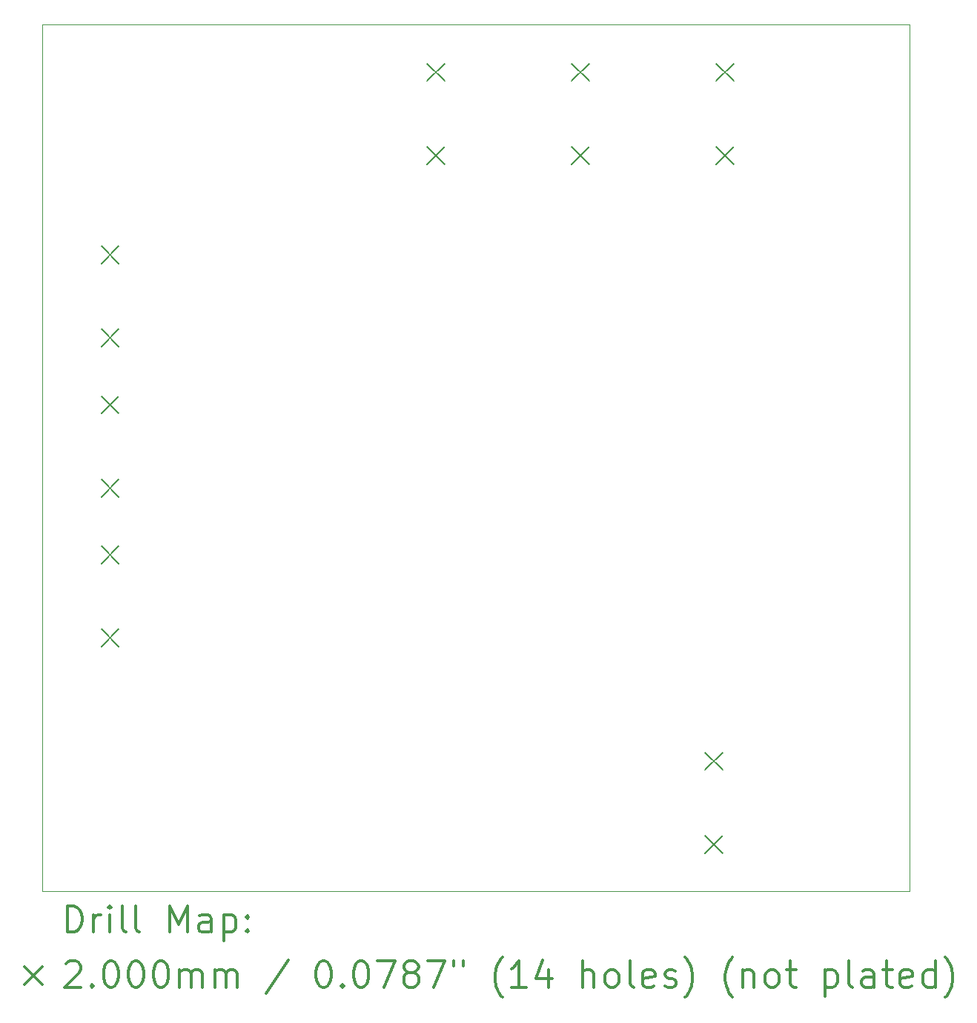
<source format=gbr>
%FSLAX45Y45*%
G04 Gerber Fmt 4.5, Leading zero omitted, Abs format (unit mm)*
G04 Created by KiCad (PCBNEW 5.1.12-1.fc34) date 2022-01-17 20:57:30*
%MOMM*%
%LPD*%
G01*
G04 APERTURE LIST*
%TA.AperFunction,Profile*%
%ADD10C,0.050000*%
%TD*%
%ADD11C,0.200000*%
%ADD12C,0.300000*%
G04 APERTURE END LIST*
D10*
X3810000Y-14351000D02*
X3810000Y-4445000D01*
X13716000Y-14351000D02*
X3810000Y-14351000D01*
X13716000Y-4445000D02*
X13716000Y-14351000D01*
X3810000Y-4445000D02*
X13716000Y-4445000D01*
D11*
X4484000Y-6977500D02*
X4684000Y-7177500D01*
X4684000Y-6977500D02*
X4484000Y-7177500D01*
X4484000Y-7927500D02*
X4684000Y-8127500D01*
X4684000Y-7927500D02*
X4484000Y-8127500D01*
X4484000Y-8692000D02*
X4684000Y-8892000D01*
X4684000Y-8692000D02*
X4484000Y-8892000D01*
X4484000Y-9642000D02*
X4684000Y-9842000D01*
X4684000Y-9642000D02*
X4484000Y-9842000D01*
X4484000Y-10406500D02*
X4684000Y-10606500D01*
X4684000Y-10406500D02*
X4484000Y-10606500D01*
X4484000Y-11356500D02*
X4684000Y-11556500D01*
X4684000Y-11356500D02*
X4484000Y-11556500D01*
X8206500Y-4890000D02*
X8406500Y-5090000D01*
X8406500Y-4890000D02*
X8206500Y-5090000D01*
X8206500Y-5840000D02*
X8406500Y-6040000D01*
X8406500Y-5840000D02*
X8206500Y-6040000D01*
X9857500Y-4890000D02*
X10057500Y-5090000D01*
X10057500Y-4890000D02*
X9857500Y-5090000D01*
X9857500Y-5840000D02*
X10057500Y-6040000D01*
X10057500Y-5840000D02*
X9857500Y-6040000D01*
X11381500Y-12764000D02*
X11581500Y-12964000D01*
X11581500Y-12764000D02*
X11381500Y-12964000D01*
X11381500Y-13714000D02*
X11581500Y-13914000D01*
X11581500Y-13714000D02*
X11381500Y-13914000D01*
X11508500Y-4890000D02*
X11708500Y-5090000D01*
X11708500Y-4890000D02*
X11508500Y-5090000D01*
X11508500Y-5840000D02*
X11708500Y-6040000D01*
X11708500Y-5840000D02*
X11508500Y-6040000D01*
D12*
X4093928Y-14819214D02*
X4093928Y-14519214D01*
X4165357Y-14519214D01*
X4208214Y-14533500D01*
X4236786Y-14562071D01*
X4251071Y-14590643D01*
X4265357Y-14647786D01*
X4265357Y-14690643D01*
X4251071Y-14747786D01*
X4236786Y-14776357D01*
X4208214Y-14804929D01*
X4165357Y-14819214D01*
X4093928Y-14819214D01*
X4393928Y-14819214D02*
X4393928Y-14619214D01*
X4393928Y-14676357D02*
X4408214Y-14647786D01*
X4422500Y-14633500D01*
X4451071Y-14619214D01*
X4479643Y-14619214D01*
X4579643Y-14819214D02*
X4579643Y-14619214D01*
X4579643Y-14519214D02*
X4565357Y-14533500D01*
X4579643Y-14547786D01*
X4593928Y-14533500D01*
X4579643Y-14519214D01*
X4579643Y-14547786D01*
X4765357Y-14819214D02*
X4736786Y-14804929D01*
X4722500Y-14776357D01*
X4722500Y-14519214D01*
X4922500Y-14819214D02*
X4893928Y-14804929D01*
X4879643Y-14776357D01*
X4879643Y-14519214D01*
X5265357Y-14819214D02*
X5265357Y-14519214D01*
X5365357Y-14733500D01*
X5465357Y-14519214D01*
X5465357Y-14819214D01*
X5736786Y-14819214D02*
X5736786Y-14662071D01*
X5722500Y-14633500D01*
X5693928Y-14619214D01*
X5636786Y-14619214D01*
X5608214Y-14633500D01*
X5736786Y-14804929D02*
X5708214Y-14819214D01*
X5636786Y-14819214D01*
X5608214Y-14804929D01*
X5593928Y-14776357D01*
X5593928Y-14747786D01*
X5608214Y-14719214D01*
X5636786Y-14704929D01*
X5708214Y-14704929D01*
X5736786Y-14690643D01*
X5879643Y-14619214D02*
X5879643Y-14919214D01*
X5879643Y-14633500D02*
X5908214Y-14619214D01*
X5965357Y-14619214D01*
X5993928Y-14633500D01*
X6008214Y-14647786D01*
X6022500Y-14676357D01*
X6022500Y-14762071D01*
X6008214Y-14790643D01*
X5993928Y-14804929D01*
X5965357Y-14819214D01*
X5908214Y-14819214D01*
X5879643Y-14804929D01*
X6151071Y-14790643D02*
X6165357Y-14804929D01*
X6151071Y-14819214D01*
X6136786Y-14804929D01*
X6151071Y-14790643D01*
X6151071Y-14819214D01*
X6151071Y-14633500D02*
X6165357Y-14647786D01*
X6151071Y-14662071D01*
X6136786Y-14647786D01*
X6151071Y-14633500D01*
X6151071Y-14662071D01*
X3607500Y-15213500D02*
X3807500Y-15413500D01*
X3807500Y-15213500D02*
X3607500Y-15413500D01*
X4079643Y-15177786D02*
X4093928Y-15163500D01*
X4122500Y-15149214D01*
X4193928Y-15149214D01*
X4222500Y-15163500D01*
X4236786Y-15177786D01*
X4251071Y-15206357D01*
X4251071Y-15234929D01*
X4236786Y-15277786D01*
X4065357Y-15449214D01*
X4251071Y-15449214D01*
X4379643Y-15420643D02*
X4393928Y-15434929D01*
X4379643Y-15449214D01*
X4365357Y-15434929D01*
X4379643Y-15420643D01*
X4379643Y-15449214D01*
X4579643Y-15149214D02*
X4608214Y-15149214D01*
X4636786Y-15163500D01*
X4651071Y-15177786D01*
X4665357Y-15206357D01*
X4679643Y-15263500D01*
X4679643Y-15334929D01*
X4665357Y-15392071D01*
X4651071Y-15420643D01*
X4636786Y-15434929D01*
X4608214Y-15449214D01*
X4579643Y-15449214D01*
X4551071Y-15434929D01*
X4536786Y-15420643D01*
X4522500Y-15392071D01*
X4508214Y-15334929D01*
X4508214Y-15263500D01*
X4522500Y-15206357D01*
X4536786Y-15177786D01*
X4551071Y-15163500D01*
X4579643Y-15149214D01*
X4865357Y-15149214D02*
X4893928Y-15149214D01*
X4922500Y-15163500D01*
X4936786Y-15177786D01*
X4951071Y-15206357D01*
X4965357Y-15263500D01*
X4965357Y-15334929D01*
X4951071Y-15392071D01*
X4936786Y-15420643D01*
X4922500Y-15434929D01*
X4893928Y-15449214D01*
X4865357Y-15449214D01*
X4836786Y-15434929D01*
X4822500Y-15420643D01*
X4808214Y-15392071D01*
X4793928Y-15334929D01*
X4793928Y-15263500D01*
X4808214Y-15206357D01*
X4822500Y-15177786D01*
X4836786Y-15163500D01*
X4865357Y-15149214D01*
X5151071Y-15149214D02*
X5179643Y-15149214D01*
X5208214Y-15163500D01*
X5222500Y-15177786D01*
X5236786Y-15206357D01*
X5251071Y-15263500D01*
X5251071Y-15334929D01*
X5236786Y-15392071D01*
X5222500Y-15420643D01*
X5208214Y-15434929D01*
X5179643Y-15449214D01*
X5151071Y-15449214D01*
X5122500Y-15434929D01*
X5108214Y-15420643D01*
X5093928Y-15392071D01*
X5079643Y-15334929D01*
X5079643Y-15263500D01*
X5093928Y-15206357D01*
X5108214Y-15177786D01*
X5122500Y-15163500D01*
X5151071Y-15149214D01*
X5379643Y-15449214D02*
X5379643Y-15249214D01*
X5379643Y-15277786D02*
X5393928Y-15263500D01*
X5422500Y-15249214D01*
X5465357Y-15249214D01*
X5493928Y-15263500D01*
X5508214Y-15292071D01*
X5508214Y-15449214D01*
X5508214Y-15292071D02*
X5522500Y-15263500D01*
X5551071Y-15249214D01*
X5593928Y-15249214D01*
X5622500Y-15263500D01*
X5636786Y-15292071D01*
X5636786Y-15449214D01*
X5779643Y-15449214D02*
X5779643Y-15249214D01*
X5779643Y-15277786D02*
X5793928Y-15263500D01*
X5822500Y-15249214D01*
X5865357Y-15249214D01*
X5893928Y-15263500D01*
X5908214Y-15292071D01*
X5908214Y-15449214D01*
X5908214Y-15292071D02*
X5922500Y-15263500D01*
X5951071Y-15249214D01*
X5993928Y-15249214D01*
X6022500Y-15263500D01*
X6036786Y-15292071D01*
X6036786Y-15449214D01*
X6622500Y-15134929D02*
X6365357Y-15520643D01*
X7008214Y-15149214D02*
X7036786Y-15149214D01*
X7065357Y-15163500D01*
X7079643Y-15177786D01*
X7093928Y-15206357D01*
X7108214Y-15263500D01*
X7108214Y-15334929D01*
X7093928Y-15392071D01*
X7079643Y-15420643D01*
X7065357Y-15434929D01*
X7036786Y-15449214D01*
X7008214Y-15449214D01*
X6979643Y-15434929D01*
X6965357Y-15420643D01*
X6951071Y-15392071D01*
X6936786Y-15334929D01*
X6936786Y-15263500D01*
X6951071Y-15206357D01*
X6965357Y-15177786D01*
X6979643Y-15163500D01*
X7008214Y-15149214D01*
X7236786Y-15420643D02*
X7251071Y-15434929D01*
X7236786Y-15449214D01*
X7222500Y-15434929D01*
X7236786Y-15420643D01*
X7236786Y-15449214D01*
X7436786Y-15149214D02*
X7465357Y-15149214D01*
X7493928Y-15163500D01*
X7508214Y-15177786D01*
X7522500Y-15206357D01*
X7536786Y-15263500D01*
X7536786Y-15334929D01*
X7522500Y-15392071D01*
X7508214Y-15420643D01*
X7493928Y-15434929D01*
X7465357Y-15449214D01*
X7436786Y-15449214D01*
X7408214Y-15434929D01*
X7393928Y-15420643D01*
X7379643Y-15392071D01*
X7365357Y-15334929D01*
X7365357Y-15263500D01*
X7379643Y-15206357D01*
X7393928Y-15177786D01*
X7408214Y-15163500D01*
X7436786Y-15149214D01*
X7636786Y-15149214D02*
X7836786Y-15149214D01*
X7708214Y-15449214D01*
X7993928Y-15277786D02*
X7965357Y-15263500D01*
X7951071Y-15249214D01*
X7936786Y-15220643D01*
X7936786Y-15206357D01*
X7951071Y-15177786D01*
X7965357Y-15163500D01*
X7993928Y-15149214D01*
X8051071Y-15149214D01*
X8079643Y-15163500D01*
X8093928Y-15177786D01*
X8108214Y-15206357D01*
X8108214Y-15220643D01*
X8093928Y-15249214D01*
X8079643Y-15263500D01*
X8051071Y-15277786D01*
X7993928Y-15277786D01*
X7965357Y-15292071D01*
X7951071Y-15306357D01*
X7936786Y-15334929D01*
X7936786Y-15392071D01*
X7951071Y-15420643D01*
X7965357Y-15434929D01*
X7993928Y-15449214D01*
X8051071Y-15449214D01*
X8079643Y-15434929D01*
X8093928Y-15420643D01*
X8108214Y-15392071D01*
X8108214Y-15334929D01*
X8093928Y-15306357D01*
X8079643Y-15292071D01*
X8051071Y-15277786D01*
X8208214Y-15149214D02*
X8408214Y-15149214D01*
X8279643Y-15449214D01*
X8508214Y-15149214D02*
X8508214Y-15206357D01*
X8622500Y-15149214D02*
X8622500Y-15206357D01*
X9065357Y-15563500D02*
X9051071Y-15549214D01*
X9022500Y-15506357D01*
X9008214Y-15477786D01*
X8993928Y-15434929D01*
X8979643Y-15363500D01*
X8979643Y-15306357D01*
X8993928Y-15234929D01*
X9008214Y-15192071D01*
X9022500Y-15163500D01*
X9051071Y-15120643D01*
X9065357Y-15106357D01*
X9336786Y-15449214D02*
X9165357Y-15449214D01*
X9251071Y-15449214D02*
X9251071Y-15149214D01*
X9222500Y-15192071D01*
X9193928Y-15220643D01*
X9165357Y-15234929D01*
X9593928Y-15249214D02*
X9593928Y-15449214D01*
X9522500Y-15134929D02*
X9451071Y-15349214D01*
X9636786Y-15349214D01*
X9979643Y-15449214D02*
X9979643Y-15149214D01*
X10108214Y-15449214D02*
X10108214Y-15292071D01*
X10093928Y-15263500D01*
X10065357Y-15249214D01*
X10022500Y-15249214D01*
X9993928Y-15263500D01*
X9979643Y-15277786D01*
X10293928Y-15449214D02*
X10265357Y-15434929D01*
X10251071Y-15420643D01*
X10236786Y-15392071D01*
X10236786Y-15306357D01*
X10251071Y-15277786D01*
X10265357Y-15263500D01*
X10293928Y-15249214D01*
X10336786Y-15249214D01*
X10365357Y-15263500D01*
X10379643Y-15277786D01*
X10393928Y-15306357D01*
X10393928Y-15392071D01*
X10379643Y-15420643D01*
X10365357Y-15434929D01*
X10336786Y-15449214D01*
X10293928Y-15449214D01*
X10565357Y-15449214D02*
X10536786Y-15434929D01*
X10522500Y-15406357D01*
X10522500Y-15149214D01*
X10793928Y-15434929D02*
X10765357Y-15449214D01*
X10708214Y-15449214D01*
X10679643Y-15434929D01*
X10665357Y-15406357D01*
X10665357Y-15292071D01*
X10679643Y-15263500D01*
X10708214Y-15249214D01*
X10765357Y-15249214D01*
X10793928Y-15263500D01*
X10808214Y-15292071D01*
X10808214Y-15320643D01*
X10665357Y-15349214D01*
X10922500Y-15434929D02*
X10951071Y-15449214D01*
X11008214Y-15449214D01*
X11036786Y-15434929D01*
X11051071Y-15406357D01*
X11051071Y-15392071D01*
X11036786Y-15363500D01*
X11008214Y-15349214D01*
X10965357Y-15349214D01*
X10936786Y-15334929D01*
X10922500Y-15306357D01*
X10922500Y-15292071D01*
X10936786Y-15263500D01*
X10965357Y-15249214D01*
X11008214Y-15249214D01*
X11036786Y-15263500D01*
X11151071Y-15563500D02*
X11165357Y-15549214D01*
X11193928Y-15506357D01*
X11208214Y-15477786D01*
X11222500Y-15434929D01*
X11236786Y-15363500D01*
X11236786Y-15306357D01*
X11222500Y-15234929D01*
X11208214Y-15192071D01*
X11193928Y-15163500D01*
X11165357Y-15120643D01*
X11151071Y-15106357D01*
X11693928Y-15563500D02*
X11679643Y-15549214D01*
X11651071Y-15506357D01*
X11636786Y-15477786D01*
X11622500Y-15434929D01*
X11608214Y-15363500D01*
X11608214Y-15306357D01*
X11622500Y-15234929D01*
X11636786Y-15192071D01*
X11651071Y-15163500D01*
X11679643Y-15120643D01*
X11693928Y-15106357D01*
X11808214Y-15249214D02*
X11808214Y-15449214D01*
X11808214Y-15277786D02*
X11822500Y-15263500D01*
X11851071Y-15249214D01*
X11893928Y-15249214D01*
X11922500Y-15263500D01*
X11936786Y-15292071D01*
X11936786Y-15449214D01*
X12122500Y-15449214D02*
X12093928Y-15434929D01*
X12079643Y-15420643D01*
X12065357Y-15392071D01*
X12065357Y-15306357D01*
X12079643Y-15277786D01*
X12093928Y-15263500D01*
X12122500Y-15249214D01*
X12165357Y-15249214D01*
X12193928Y-15263500D01*
X12208214Y-15277786D01*
X12222500Y-15306357D01*
X12222500Y-15392071D01*
X12208214Y-15420643D01*
X12193928Y-15434929D01*
X12165357Y-15449214D01*
X12122500Y-15449214D01*
X12308214Y-15249214D02*
X12422500Y-15249214D01*
X12351071Y-15149214D02*
X12351071Y-15406357D01*
X12365357Y-15434929D01*
X12393928Y-15449214D01*
X12422500Y-15449214D01*
X12751071Y-15249214D02*
X12751071Y-15549214D01*
X12751071Y-15263500D02*
X12779643Y-15249214D01*
X12836786Y-15249214D01*
X12865357Y-15263500D01*
X12879643Y-15277786D01*
X12893928Y-15306357D01*
X12893928Y-15392071D01*
X12879643Y-15420643D01*
X12865357Y-15434929D01*
X12836786Y-15449214D01*
X12779643Y-15449214D01*
X12751071Y-15434929D01*
X13065357Y-15449214D02*
X13036786Y-15434929D01*
X13022500Y-15406357D01*
X13022500Y-15149214D01*
X13308214Y-15449214D02*
X13308214Y-15292071D01*
X13293928Y-15263500D01*
X13265357Y-15249214D01*
X13208214Y-15249214D01*
X13179643Y-15263500D01*
X13308214Y-15434929D02*
X13279643Y-15449214D01*
X13208214Y-15449214D01*
X13179643Y-15434929D01*
X13165357Y-15406357D01*
X13165357Y-15377786D01*
X13179643Y-15349214D01*
X13208214Y-15334929D01*
X13279643Y-15334929D01*
X13308214Y-15320643D01*
X13408214Y-15249214D02*
X13522500Y-15249214D01*
X13451071Y-15149214D02*
X13451071Y-15406357D01*
X13465357Y-15434929D01*
X13493928Y-15449214D01*
X13522500Y-15449214D01*
X13736786Y-15434929D02*
X13708214Y-15449214D01*
X13651071Y-15449214D01*
X13622500Y-15434929D01*
X13608214Y-15406357D01*
X13608214Y-15292071D01*
X13622500Y-15263500D01*
X13651071Y-15249214D01*
X13708214Y-15249214D01*
X13736786Y-15263500D01*
X13751071Y-15292071D01*
X13751071Y-15320643D01*
X13608214Y-15349214D01*
X14008214Y-15449214D02*
X14008214Y-15149214D01*
X14008214Y-15434929D02*
X13979643Y-15449214D01*
X13922500Y-15449214D01*
X13893928Y-15434929D01*
X13879643Y-15420643D01*
X13865357Y-15392071D01*
X13865357Y-15306357D01*
X13879643Y-15277786D01*
X13893928Y-15263500D01*
X13922500Y-15249214D01*
X13979643Y-15249214D01*
X14008214Y-15263500D01*
X14122500Y-15563500D02*
X14136786Y-15549214D01*
X14165357Y-15506357D01*
X14179643Y-15477786D01*
X14193928Y-15434929D01*
X14208214Y-15363500D01*
X14208214Y-15306357D01*
X14193928Y-15234929D01*
X14179643Y-15192071D01*
X14165357Y-15163500D01*
X14136786Y-15120643D01*
X14122500Y-15106357D01*
M02*

</source>
